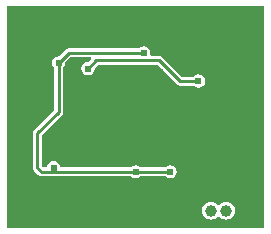
<source format=gbl>
G04*
G04 #@! TF.GenerationSoftware,Altium Limited,Altium Designer,18.0.11 (651)*
G04*
G04 Layer_Physical_Order=4*
G04 Layer_Color=16711680*
%FSLAX24Y24*%
%MOIN*%
G70*
G01*
G75*
%ADD11C,0.0098*%
%ADD39C,0.0394*%
%ADD40C,0.0240*%
G36*
X4690Y-3706D02*
X-3903D01*
Y3706D01*
X4690D01*
Y-3706D01*
D02*
G37*
%LPC*%
G36*
X659Y2370D02*
X574Y2353D01*
X501Y2304D01*
X497Y2298D01*
X-1841D01*
X-1899Y2286D01*
X-1948Y2253D01*
X-1948Y2253D01*
X-2168Y2034D01*
X-2175Y2035D01*
X-2261Y2018D01*
X-2334Y1970D01*
X-2382Y1897D01*
X-2400Y1811D01*
X-2382Y1725D01*
X-2334Y1652D01*
X-2327Y1648D01*
Y238D01*
X-2984Y-419D01*
X-3017Y-469D01*
X-3029Y-527D01*
Y-1683D01*
X-3017Y-1741D01*
X-2984Y-1791D01*
X-2847Y-1928D01*
X-2847Y-1928D01*
X-2797Y-1961D01*
X-2739Y-1973D01*
X-2739Y-1973D01*
X241D01*
X245Y-1979D01*
X318Y-2028D01*
X404Y-2045D01*
X489Y-2028D01*
X562Y-1979D01*
X566Y-1973D01*
X1382D01*
X1387Y-1979D01*
X1459Y-2028D01*
X1545Y-2045D01*
X1631Y-2028D01*
X1704Y-1979D01*
X1753Y-1907D01*
X1770Y-1821D01*
X1753Y-1735D01*
X1704Y-1662D01*
X1631Y-1614D01*
X1545Y-1597D01*
X1459Y-1614D01*
X1387Y-1662D01*
X1382Y-1669D01*
X566D01*
X562Y-1662D01*
X489Y-1614D01*
X404Y-1597D01*
X318Y-1614D01*
X245Y-1662D01*
X241Y-1669D01*
X-2115D01*
X-2130Y-1597D01*
X-2178Y-1524D01*
X-2251Y-1476D01*
X-2337Y-1459D01*
X-2423Y-1476D01*
X-2495Y-1524D01*
X-2544Y-1597D01*
X-2558Y-1669D01*
X-2676D01*
X-2725Y-1620D01*
Y-590D01*
X-2068Y67D01*
X-2068Y67D01*
X-2035Y117D01*
X-2023Y175D01*
Y1648D01*
X-2017Y1652D01*
X-1968Y1725D01*
X-1951Y1811D01*
X-1952Y1819D01*
X-1778Y1994D01*
X-1097D01*
X-1078Y1947D01*
X-1183Y1842D01*
X-1191Y1843D01*
X-1277Y1826D01*
X-1350Y1778D01*
X-1398Y1705D01*
X-1415Y1619D01*
X-1398Y1533D01*
X-1350Y1460D01*
X-1277Y1412D01*
X-1191Y1395D01*
X-1105Y1412D01*
X-1032Y1460D01*
X-984Y1533D01*
X-967Y1619D01*
X-968Y1627D01*
X-847Y1748D01*
X1117D01*
X1772Y1093D01*
X1772Y1093D01*
X1821Y1060D01*
X1879Y1049D01*
X1879Y1049D01*
X2323D01*
X2327Y1042D01*
X2400Y994D01*
X2486Y976D01*
X2572Y994D01*
X2645Y1042D01*
X2693Y1115D01*
X2710Y1201D01*
X2693Y1287D01*
X2645Y1359D01*
X2572Y1408D01*
X2486Y1425D01*
X2400Y1408D01*
X2327Y1359D01*
X2323Y1353D01*
X1942D01*
X1288Y2008D01*
X1238Y2041D01*
X1180Y2052D01*
X916D01*
X875Y2102D01*
X884Y2146D01*
X867Y2232D01*
X818Y2304D01*
X745Y2353D01*
X659Y2370D01*
D02*
G37*
G36*
X3406Y-2822D02*
X3328Y-2832D01*
X3256Y-2862D01*
X3194Y-2910D01*
X3181Y-2927D01*
X3131D01*
X3117Y-2910D01*
X3055Y-2862D01*
X2983Y-2832D01*
X2906Y-2822D01*
X2828Y-2832D01*
X2756Y-2862D01*
X2694Y-2910D01*
X2646Y-2972D01*
X2616Y-3044D01*
X2606Y-3122D01*
X2616Y-3199D01*
X2646Y-3271D01*
X2694Y-3333D01*
X2756Y-3381D01*
X2828Y-3411D01*
X2906Y-3421D01*
X2983Y-3411D01*
X3055Y-3381D01*
X3117Y-3333D01*
X3131Y-3316D01*
X3181D01*
X3194Y-3333D01*
X3256Y-3381D01*
X3328Y-3411D01*
X3406Y-3421D01*
X3483Y-3411D01*
X3555Y-3381D01*
X3617Y-3333D01*
X3665Y-3271D01*
X3695Y-3199D01*
X3705Y-3122D01*
X3695Y-3044D01*
X3665Y-2972D01*
X3617Y-2910D01*
X3555Y-2862D01*
X3483Y-2832D01*
X3406Y-2822D01*
D02*
G37*
%LPD*%
D11*
X-910Y1900D02*
X1180D01*
X1879Y1201D01*
X2486D01*
X404Y-1821D02*
X404Y-1821D01*
X-2739Y-1821D02*
X404D01*
X-2877Y-1683D02*
X-2739Y-1821D01*
X-2175Y175D02*
Y1811D01*
X-2877Y-527D02*
X-2175Y175D01*
X-2877Y-1683D02*
Y-527D01*
X404Y-1821D02*
X1545D01*
X-1841Y2146D02*
X659D01*
X-2175Y1811D02*
X-1841Y2146D01*
X-1191Y1619D02*
X-910Y1900D01*
D39*
X2906Y-3122D02*
D03*
X3406D02*
D03*
D40*
X2786Y-1855D02*
D03*
X3496Y-1855D02*
D03*
X1949Y1841D02*
D03*
X3490Y-3590D02*
D03*
X2472Y-2590D02*
D03*
Y-3590D02*
D03*
X2825Y-797D02*
D03*
X3570Y3590D02*
D03*
X757D02*
D03*
Y2953D02*
D03*
X1390Y3020D02*
D03*
X2710Y2210D02*
D03*
X2700Y1550D02*
D03*
X2486Y1201D02*
D03*
X2590Y700D02*
D03*
X2569Y-39D02*
D03*
X4566Y-79D02*
D03*
X4566Y679D02*
D03*
X2910Y1050D02*
D03*
X4570Y-3590D02*
D03*
Y-2590D02*
D03*
Y-1590D02*
D03*
X2472D02*
D03*
X3490D02*
D03*
Y-590D02*
D03*
X4570D02*
D03*
X2570Y3590D02*
D03*
X4570D02*
D03*
X1570D02*
D03*
X4570Y2590D02*
D03*
X3570D02*
D03*
X4570Y1590D02*
D03*
X3570D02*
D03*
X3566Y679D02*
D03*
X3566Y-79D02*
D03*
X709Y-709D02*
D03*
X236D02*
D03*
X-236D02*
D03*
X-709D02*
D03*
X709Y-236D02*
D03*
X236D02*
D03*
X-236D02*
D03*
X-709D02*
D03*
X709Y236D02*
D03*
X236D02*
D03*
X-236D02*
D03*
X-709D02*
D03*
X709Y709D02*
D03*
X236D02*
D03*
X-236D02*
D03*
X-709D02*
D03*
X-2002Y-1330D02*
D03*
X-3790D02*
D03*
X1417Y-1378D02*
D03*
X1211Y-2550D02*
D03*
X404Y-2244D02*
D03*
X1545Y-1821D02*
D03*
X404Y-1821D02*
D03*
X-709Y1457D02*
D03*
X-2175Y1811D02*
D03*
X1201Y1496D02*
D03*
X659Y2146D02*
D03*
X-3062Y-157D02*
D03*
X-2337Y-1683D02*
D03*
X-3790Y-3590D02*
D03*
Y-2470D02*
D03*
Y984D02*
D03*
Y2362D02*
D03*
Y3590D02*
D03*
X-2559D02*
D03*
X-1575D02*
D03*
X-719D02*
D03*
X-2559Y2362D02*
D03*
X-2913Y1467D02*
D03*
X-2835Y1033D02*
D03*
X-2619Y394D02*
D03*
X-3790Y-60D02*
D03*
X-2500Y-3590D02*
D03*
X-2503Y-2559D02*
D03*
X-1912D02*
D03*
X-1970Y-3590D02*
D03*
X-1020D02*
D03*
X-1516Y-2864D02*
D03*
X-1043D02*
D03*
X148Y-2559D02*
D03*
X260Y-3590D02*
D03*
X1350D02*
D03*
X1496Y-2234D02*
D03*
X295Y2904D02*
D03*
X-740Y2710D02*
D03*
X-1191Y1619D02*
D03*
M02*

</source>
